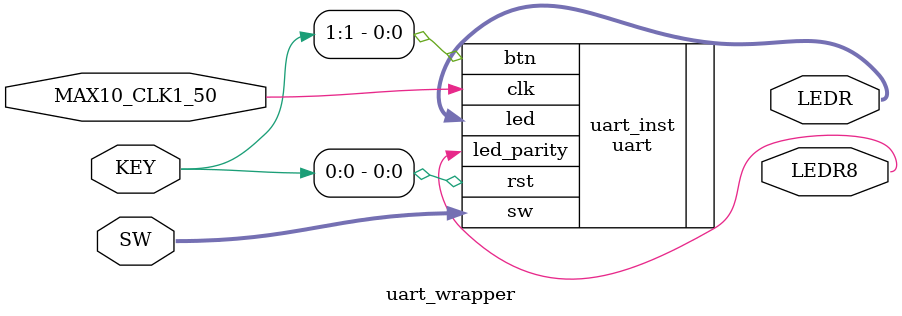
<source format=v>
module uart_wrapper (
input MAX10_CLK1_50,
input [1:0] KEY,
input [7:0] SW,
output [7:0] LEDR,
output LEDR8
);

uart uart_inst (
    .clk(MAX10_CLK1_50),
    .rst(KEY[0]),
    .btn(KEY[1]),
    .sw(SW),
    .led(LEDR),
	 .led_parity(LEDR8)
);

endmodule
</source>
